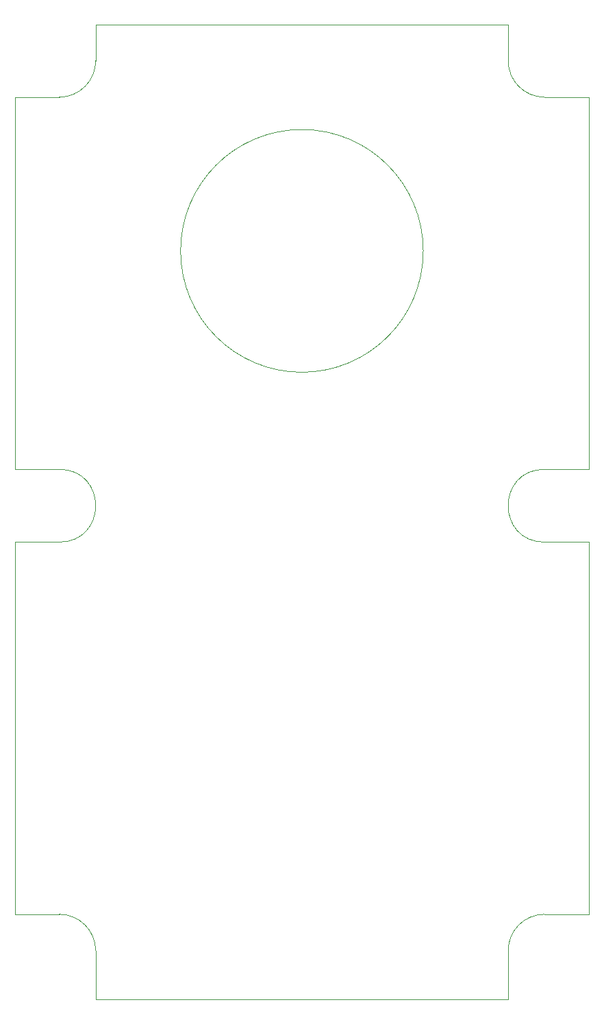
<source format=gbr>
%TF.GenerationSoftware,KiCad,Pcbnew,5.1.9-1.fc33*%
%TF.CreationDate,2021-01-04T23:25:46+01:00*%
%TF.ProjectId,Pendant PCB,50656e64-616e-4742-9050-43422e6b6963,rev?*%
%TF.SameCoordinates,Original*%
%TF.FileFunction,Profile,NP*%
%FSLAX46Y46*%
G04 Gerber Fmt 4.6, Leading zero omitted, Abs format (unit mm)*
G04 Created by KiCad (PCBNEW 5.1.9-1.fc33) date 2021-01-04 23:25:46*
%MOMM*%
%LPD*%
G01*
G04 APERTURE LIST*
%TA.AperFunction,Profile*%
%ADD10C,0.100000*%
%TD*%
G04 APERTURE END LIST*
D10*
X130500000Y-150500000D02*
X130500000Y-104500000D01*
X130500000Y-49500000D02*
X130500000Y-95500000D01*
X125000000Y-104500000D02*
G75*
G02*
X125000000Y-95500000I0J4500000D01*
G01*
X110000000Y-68500000D02*
G75*
G03*
X110000000Y-68500000I-15000000J0D01*
G01*
X130500000Y-104500000D02*
X125000000Y-104500000D01*
X125000000Y-95500000D02*
X130500000Y-95500000D01*
X69500000Y-40500000D02*
X120500000Y-40500000D01*
X59500000Y-95500000D02*
X59500000Y-49500000D01*
X59500000Y-150500000D02*
X59500000Y-104500000D01*
X120500000Y-161000000D02*
X69500000Y-161000000D01*
X65000000Y-150500000D02*
G75*
G02*
X69500000Y-155000000I0J-4500000D01*
G01*
X120500000Y-155000000D02*
G75*
G02*
X125000000Y-150500000I4500000J0D01*
G01*
X69500000Y-45000000D02*
G75*
G02*
X65000000Y-49500000I-4500000J0D01*
G01*
X125000000Y-49500000D02*
G75*
G02*
X120500000Y-45000000I0J4500000D01*
G01*
X65000000Y-95500000D02*
G75*
G02*
X65000000Y-104500000I0J-4500000D01*
G01*
X69500000Y-155000000D02*
X69500000Y-161000000D01*
X69500000Y-40500000D02*
X69500000Y-45000000D01*
X120500000Y-45000000D02*
X120500000Y-40500000D01*
X125000000Y-150500000D02*
X130500000Y-150500000D01*
X120500000Y-161000000D02*
X120500000Y-155000000D01*
X59500000Y-150500000D02*
X65000000Y-150500000D01*
X65000000Y-104500000D02*
X59500000Y-104500000D01*
X59500000Y-95500000D02*
X65000000Y-95500000D01*
X65000000Y-49500000D02*
X59500000Y-49500000D01*
X130500000Y-49500000D02*
X125000000Y-49500000D01*
M02*

</source>
